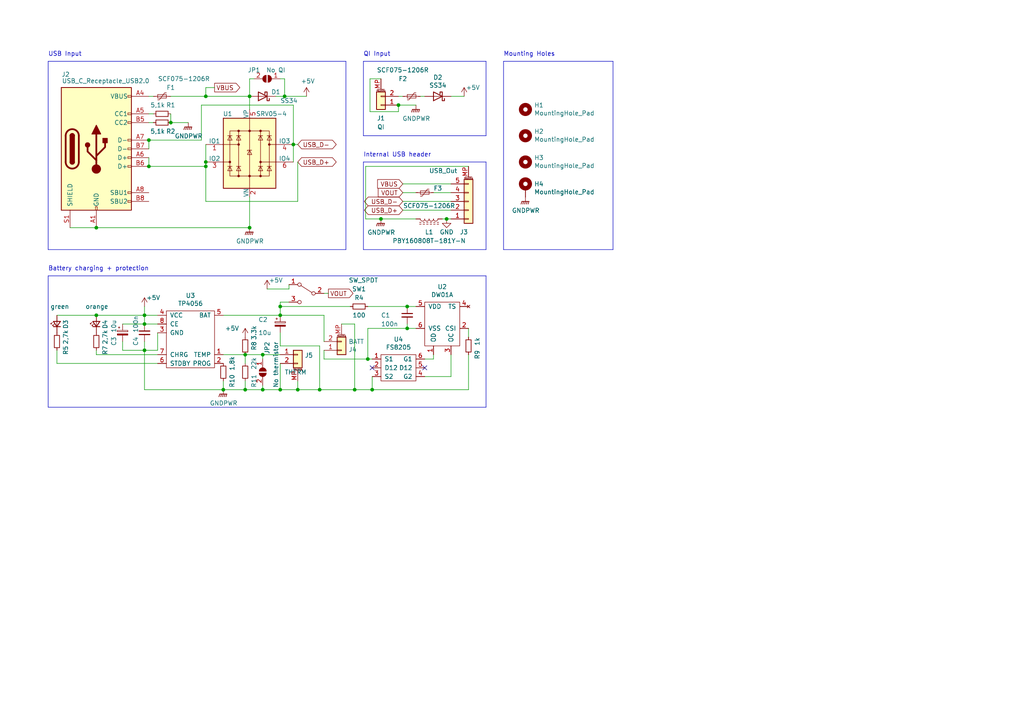
<source format=kicad_sch>
(kicad_sch (version 20230121) (generator eeschema)
  (paper "A4")
  (lib_symbols
    (symbol "Connector:USB_C_Receptacle_USB2.0" (pin_names (offset 1.016))
      (property "Reference" "J" (at -10.16 19.05 0))
      (property "Value" "USB_C_Receptacle_USB2.0" (at 19.05 19.05 0))
      (symbol "USB_C_Receptacle_USB2.0_0_0"
        (rectangle (start -0.254 -17.78) (end 0.254 -16.764))
        (rectangle (start 10.16 -14.986) (end 9.144 -15.494))
        (rectangle (start 10.16 -12.446) (end 9.144 -12.954))
        (rectangle (start 10.16 -4.826) (end 9.144 -5.334))
        (rectangle (start 10.16 -2.286) (end 9.144 -2.794))
        (rectangle (start 10.16 0.254) (end 9.144 -0.254))
        (rectangle (start 10.16 2.794) (end 9.144 2.286))
        (rectangle (start 10.16 7.874) (end 9.144 7.366))
        (rectangle (start 10.16 10.414) (end 9.144 9.906))
        (rectangle (start 10.16 15.494) (end 9.144 14.986))
      )
      (symbol "USB_C_Receptacle_USB2.0_0_1"
        (rectangle (start -10.16 17.78) (end 10.16 -17.78) (stroke (width 0.254)) (fill (type background)))
        (arc (start -8.89 -3.81) (mid -6.985 -5.7067) (end -5.08 -3.81) (stroke (width 0.508)))
        (arc (start -7.62 -3.81) (mid -6.985 -4.4423) (end -6.35 -3.81) (stroke (width 0.254)))
        (arc (start -7.62 -3.81) (mid -6.985 -4.4423) (end -6.35 -3.81) (stroke (width 0.254)) (fill (type outline)))
        (rectangle (start -7.62 -3.81) (end -6.35 3.81) (stroke (width 0.254)) (fill (type outline)))
        (arc (start -6.35 3.81) (mid -6.985 4.4423) (end -7.62 3.81) (stroke (width 0.254)))
        (arc (start -6.35 3.81) (mid -6.985 4.4423) (end -7.62 3.81) (stroke (width 0.254)) (fill (type outline)))
        (arc (start -5.08 3.81) (mid -6.985 5.7067) (end -8.89 3.81) (stroke (width 0.508)))
        (circle (center -2.54 1.143) (radius 0.635) (stroke (width 0.254)) (fill (type outline)))
        (circle (center 0 -5.842) (radius 1.27) (fill (type outline)))
        (polyline (pts (xy -8.89 -3.81) (xy -8.89 3.81)) (stroke (width 0.508)))
        (polyline (pts (xy -5.08 3.81) (xy -5.08 -3.81)) (stroke (width 0.508)))
        (polyline (pts (xy 0 -5.842) (xy 0 4.318)) (stroke (width 0.508)))
        (polyline (pts (xy 0 -3.302) (xy -2.54 -0.762) (xy -2.54 0.508)) (stroke (width 0.508)))
        (polyline (pts (xy 0 -2.032) (xy 2.54 0.508) (xy 2.54 1.778)) (stroke (width 0.508)))
        (polyline (pts (xy -1.27 4.318) (xy 0 6.858) (xy 1.27 4.318) (xy -1.27 4.318)) (stroke (width 0.254)) (fill (type outline)))
        (rectangle (start 1.905 1.778) (end 3.175 3.048) (stroke (width 0.254)) (fill (type outline)))
      )
      (symbol "USB_C_Receptacle_USB2.0_1_1"
        (pin passive line (at 0 -22.86 90) (length 5.08) (name "GND") (number "A1"))
        (pin passive line (at 0 -22.86 90) (length 5.08) hide (name "GND") (number "A12"))
        (pin passive line (at 15.24 15.24 180) (length 5.08) (name "VBUS") (number "A4"))
        (pin bidirectional line (at 15.24 10.16 180) (length 5.08) (name "CC1") (number "A5"))
        (pin bidirectional line (at 15.24 -2.54 180) (length 5.08) (name "D+") (number "A6"))
        (pin bidirectional line (at 15.24 2.54 180) (length 5.08) (name "D-") (number "A7"))
        (pin bidirectional line (at 15.24 -12.7 180) (length 5.08) (name "SBU1") (number "A8"))
        (pin passive line (at 15.24 15.24 180) (length 5.08) hide (name "VBUS") (number "A9"))
        (pin passive line (at 0 -22.86 90) (length 5.08) hide (name "GND") (number "B1"))
        (pin passive line (at 0 -22.86 90) (length 5.08) hide (name "GND") (number "B12"))
        (pin passive line (at 15.24 15.24 180) (length 5.08) hide (name "VBUS") (number "B4"))
        (pin bidirectional line (at 15.24 7.62 180) (length 5.08) (name "CC2") (number "B5"))
        (pin bidirectional line (at 15.24 -5.08 180) (length 5.08) (name "D+") (number "B6"))
        (pin bidirectional line (at 15.24 0 180) (length 5.08) (name "D-") (number "B7"))
        (pin bidirectional line (at 15.24 -15.24 180) (length 5.08) (name "SBU2") (number "B8"))
        (pin passive line (at 15.24 15.24 180) (length 5.08) hide (name "VBUS") (number "B9"))
        (pin passive line (at -7.62 -22.86 90) (length 5.08) (name "SHIELD") (number "S1"))
      )
    )
    (symbol "Connector_Generic_MountingPin:Conn_01x02_MountingPin" (pin_names (offset 1.016) hide)
      (property "Reference" "J" (at 0 2.54 0))
      (property "Value" "Conn_01x02_MountingPin" (at 1.27 -5.08 0))
      (symbol "Conn_01x02_MountingPin_1_1"
        (rectangle (start -1.27 -2.413) (end 0 -2.667) (stroke (width 0.1524)))
        (rectangle (start -1.27 0.127) (end 0 -0.127) (stroke (width 0.1524)))
        (rectangle (start -1.27 1.27) (end 1.27 -3.81) (stroke (width 0.254)) (fill (type background)))
        (polyline (pts (xy -1.016 -4.572) (xy 1.016 -4.572)) (stroke (width 0.1524)))
        (text "Mounting" (at 0 -4.191 0) (effects (font (size 0.381 0.381))))
        (pin passive line (at -5.08 0 0) (length 3.81) (name "Pin_1") (number "1"))
        (pin passive line (at -5.08 -2.54 0) (length 3.81) (name "Pin_2") (number "2"))
        (pin passive line (at 0 -7.62 90) (length 3.048) (name "MountPin") (number "MP"))
      )
    )
    (symbol "Connector_Generic_MountingPin:Conn_01x05_MountingPin" (pin_names (offset 1.016) hide)
      (property "Reference" "J" (at 0 7.62 0))
      (property "Value" "Conn_01x05_MountingPin" (at 1.27 -7.62 0))
      (symbol "Conn_01x05_MountingPin_1_1"
        (rectangle (start -1.27 -4.953) (end 0 -5.207) (stroke (width 0.1524)))
        (rectangle (start -1.27 -2.413) (end 0 -2.667) (stroke (width 0.1524)))
        (rectangle (start -1.27 0.127) (end 0 -0.127) (stroke (width 0.1524)))
        (rectangle (start -1.27 2.667) (end 0 2.413) (stroke (width 0.1524)))
        (rectangle (start -1.27 5.207) (end 0 4.953) (stroke (width 0.1524)))
        (rectangle (start -1.27 6.35) (end 1.27 -6.35) (stroke (width 0.254)) (fill (type background)))
        (polyline (pts (xy -1.016 -7.112) (xy 1.016 -7.112)) (stroke (width 0.1524)))
        (text "Mounting" (at 0 -6.731 0) (effects (font (size 0.381 0.381))))
        (pin passive line (at -5.08 5.08 0) (length 3.81) (name "Pin_1") (number "1"))
        (pin passive line (at -5.08 2.54 0) (length 3.81) (name "Pin_2") (number "2"))
        (pin passive line (at -5.08 0 0) (length 3.81) (name "Pin_3") (number "3"))
        (pin passive line (at -5.08 -2.54 0) (length 3.81) (name "Pin_4") (number "4"))
        (pin passive line (at -5.08 -5.08 0) (length 3.81) (name "Pin_5") (number "5"))
        (pin passive line (at 0 -10.16 90) (length 3.048) (name "MountPin") (number "MP"))
      )
    )
    (symbol "Device:C_Small" (pin_numbers hide) (pin_names (offset 0.254) hide)
      (property "Reference" "C" (at 0.254 1.778 0))
      (property "Value" "C_Small" (at 0.254 -2.032 0))
      (symbol "C_Small_0_1"
        (polyline (pts (xy -1.524 -0.508) (xy 1.524 -0.508)) (stroke (width 0.3302)))
        (polyline (pts (xy -1.524 0.508) (xy 1.524 0.508)) (stroke (width 0.3048)))
      )
      (symbol "C_Small_1_1"
        (pin passive line (at 0 2.54 270) (length 2.032) (name "~") (number "1"))
        (pin passive line (at 0 -2.54 90) (length 2.032) (name "~") (number "2"))
      )
    )
    (symbol "Device:D_Schottky" (pin_numbers hide) (pin_names (offset 1.016) hide)
      (property "Reference" "D" (at 0 2.54 0))
      (property "Value" "D_Schottky" (at 0 -2.54 0))
      (symbol "D_Schottky_0_1"
        (polyline (pts (xy 1.27 0) (xy -1.27 0)))
        (polyline (pts (xy 1.27 1.27) (xy 1.27 -1.27) (xy -1.27 0) (xy 1.27 1.27)) (stroke (width 0.254)))
        (polyline (pts (xy -1.905 0.635) (xy -1.905 1.27) (xy -1.27 1.27) (xy -1.27 -1.27) (xy -0.635 -1.27) (xy -0.635 -0.635)) (stroke (width 0.254)))
      )
      (symbol "D_Schottky_1_1"
        (pin passive line (at -3.81 0 0) (length 2.54) (name "K") (number "1"))
        (pin passive line (at 3.81 0 180) (length 2.54) (name "A") (number "2"))
      )
    )
    (symbol "Device:LED_Small" (pin_numbers hide) (pin_names (offset 0.254) hide)
      (property "Reference" "D" (at -1.27 3.175 0))
      (property "Value" "LED_Small" (at -4.445 -2.54 0))
      (symbol "LED_Small_0_1"
        (polyline (pts (xy -0.762 -1.016) (xy -0.762 1.016)) (stroke (width 0.254)))
        (polyline (pts (xy 1.016 0) (xy -0.762 0)))
        (polyline (pts (xy 0.762 -1.016) (xy -0.762 0) (xy 0.762 1.016) (xy 0.762 -1.016)) (stroke (width 0.254)))
        (polyline (pts (xy 0 0.762) (xy -0.508 1.27) (xy -0.254 1.27) (xy -0.508 1.27) (xy -0.508 1.016)))
        (polyline (pts (xy 0.508 1.27) (xy 0 1.778) (xy 0.254 1.778) (xy 0 1.778) (xy 0 1.524)))
      )
      (symbol "LED_Small_1_1"
        (pin passive line (at -2.54 0 0) (length 1.778) (name "K") (number "1"))
        (pin passive line (at 2.54 0 180) (length 1.778) (name "A") (number "2"))
      )
    )
    (symbol "Device:Polyfuse_Small" (pin_numbers hide) (pin_names (offset 0))
      (property "Reference" "F" (at -1.905 0 90))
      (property "Value" "Polyfuse_Small" (at 1.905 0 90))
      (symbol "Polyfuse_Small_0_1"
        (rectangle (start -0.508 1.27) (end 0.508 -1.27))
        (polyline (pts (xy 0 2.54) (xy 0 -2.54)))
        (polyline (pts (xy -1.016 1.27) (xy -1.016 0.762) (xy 1.016 -0.762) (xy 1.016 -1.27)))
      )
      (symbol "Polyfuse_Small_1_1"
        (pin passive line (at 0 2.54 270) (length 0.635) (name "~") (number "1"))
        (pin passive line (at 0 -2.54 90) (length 0.635) (name "~") (number "2"))
      )
    )
    (symbol "Device:R_Small" (pin_numbers hide) (pin_names (offset 0.254) hide)
      (property "Reference" "R" (at 0.762 0.508 0))
      (property "Value" "R_Small" (at 0.762 -1.016 0))
      (symbol "R_Small_0_1"
        (rectangle (start -0.762 1.778) (end 0.762 -1.778) (stroke (width 0.2032)))
      )
      (symbol "R_Small_1_1"
        (pin passive line (at 0 2.54 270) (length 0.762) (name "~") (number "1"))
        (pin passive line (at 0 -2.54 90) (length 0.762) (name "~") (number "2"))
      )
    )
    (symbol "Jumper:SolderJumper_2_Open" (pin_names (offset 0) hide)
      (property "Reference" "JP" (at 0 2.032 0))
      (property "Value" "SolderJumper_2_Open" (at 0 -2.54 0))
      (symbol "SolderJumper_2_Open_0_1"
        (arc (start -0.254 1.016) (mid -1.2656 0) (end -0.254 -1.016))
        (arc (start -0.254 1.016) (mid -1.2656 0) (end -0.254 -1.016) (fill (type outline)))
        (polyline (pts (xy -0.254 1.016) (xy -0.254 -1.016)))
        (polyline (pts (xy 0.254 1.016) (xy 0.254 -1.016)))
        (arc (start 0.254 -1.016) (mid 1.2656 0) (end 0.254 1.016))
        (arc (start 0.254 -1.016) (mid 1.2656 0) (end 0.254 1.016) (fill (type outline)))
      )
      (symbol "SolderJumper_2_Open_1_1"
        (pin passive line (at -3.81 0 0) (length 2.54) (name "A") (number "1"))
        (pin passive line (at 3.81 0 180) (length 2.54) (name "B") (number "2"))
      )
    )
    (symbol "Mechanical:MountingHole" (pin_names (offset 1.016))
      (property "Reference" "H" (at 0 5.08 0))
      (property "Value" "MountingHole" (at 0 3.175 0))
      (symbol "MountingHole_0_1"
        (circle (center 0 0) (radius 1.27) (stroke (width 1.27)))
      )
    )
    (symbol "Mechanical:MountingHole_Pad" (pin_numbers hide) (pin_names (offset 1.016) hide)
      (property "Reference" "H" (at 0 6.35 0))
      (property "Value" "MountingHole_Pad" (at 0 4.445 0))
      (symbol "MountingHole_Pad_0_1"
        (circle (center 0 1.27) (radius 1.27) (stroke (width 1.27)))
      )
      (symbol "MountingHole_Pad_1_1"
        (pin input line (at 0 -2.54 90) (length 2.54) (name "1") (number "1"))
      )
    )
    (symbol "Power_Protection:SRV05-4" (pin_names (offset 0))
      (property "Reference" "U" (at -5.08 11.43 0))
      (property "Value" "SRV05-4" (at 2.54 11.43 0))
      (symbol "SRV05-4_0_0"
        (rectangle (start -5.715 6.477) (end 5.715 -6.604))
        (polyline (pts (xy -3.175 -6.604) (xy -3.175 6.477)))
        (polyline (pts (xy 3.175 6.477) (xy 3.175 -6.604)))
      )
      (symbol "SRV05-4_0_1"
        (rectangle (start -7.62 10.16) (end 7.62 -10.16) (stroke (width 0.254)) (fill (type background)))
        (circle (center -5.715 -2.54) (radius 0.2794) (fill (type outline)))
        (circle (center -3.175 -6.604) (radius 0.2794) (fill (type outline)))
        (circle (center -3.175 2.54) (radius 0.2794) (fill (type outline)))
        (circle (center -3.175 6.477) (radius 0.2794) (fill (type outline)))
        (circle (center 0 -6.604) (radius 0.2794) (fill (type outline)))
        (polyline (pts (xy -7.747 2.54) (xy -3.175 2.54)))
        (polyline (pts (xy -7.62 -2.54) (xy -5.715 -2.54)))
        (polyline (pts (xy -5.08 -3.81) (xy -6.35 -3.81)))
        (polyline (pts (xy -5.08 5.08) (xy -6.35 5.08)))
        (polyline (pts (xy -2.54 -3.81) (xy -3.81 -3.81)))
        (polyline (pts (xy -2.54 5.08) (xy -3.81 5.08)))
        (polyline (pts (xy 0 10.16) (xy 0 -10.16)))
        (polyline (pts (xy 3.81 -3.81) (xy 2.54 -3.81)))
        (polyline (pts (xy 3.81 5.08) (xy 2.54 5.08)))
        (polyline (pts (xy 6.35 -3.81) (xy 5.08 -3.81)))
        (polyline (pts (xy 6.35 5.08) (xy 5.08 5.08)))
        (polyline (pts (xy 7.62 -2.54) (xy 3.175 -2.54)))
        (polyline (pts (xy 7.62 2.54) (xy 5.715 2.54)))
        (polyline (pts (xy 0.635 0.889) (xy -0.635 0.889) (xy -0.635 0.635)))
        (polyline (pts (xy -5.08 -5.08) (xy -6.35 -5.08) (xy -5.715 -3.81) (xy -5.08 -5.08)))
        (polyline (pts (xy -5.08 3.81) (xy -6.35 3.81) (xy -5.715 5.08) (xy -5.08 3.81)))
        (polyline (pts (xy -2.54 -5.08) (xy -3.81 -5.08) (xy -3.175 -3.81) (xy -2.54 -5.08)))
        (polyline (pts (xy -2.54 3.81) (xy -3.81 3.81) (xy -3.175 5.08) (xy -2.54 3.81)))
        (polyline (pts (xy 0.635 -0.381) (xy -0.635 -0.381) (xy 0 0.889) (xy 0.635 -0.381)))
        (polyline (pts (xy 3.81 -5.08) (xy 2.54 -5.08) (xy 3.175 -3.81) (xy 3.81 -5.08)))
        (polyline (pts (xy 3.81 3.81) (xy 2.54 3.81) (xy 3.175 5.08) (xy 3.81 3.81)))
        (polyline (pts (xy 6.35 -5.08) (xy 5.08 -5.08) (xy 5.715 -3.81) (xy 6.35 -5.08)))
        (polyline (pts (xy 6.35 3.81) (xy 5.08 3.81) (xy 5.715 5.08) (xy 6.35 3.81)))
        (circle (center 0 6.477) (radius 0.2794) (fill (type outline)))
        (circle (center 3.175 -6.604) (radius 0.2794) (fill (type outline)))
        (circle (center 3.175 -2.54) (radius 0.2794) (fill (type outline)))
        (circle (center 3.175 6.477) (radius 0.2794) (fill (type outline)))
        (circle (center 5.715 2.54) (radius 0.2794) (fill (type outline)))
      )
      (symbol "SRV05-4_1_1"
        (pin passive line (at -12.7 2.54 0) (length 5.08) (name "IO1") (number "1"))
        (pin passive line (at 0 -12.7 90) (length 2.54) (name "VN") (number "2"))
        (pin passive line (at -12.7 -2.54 0) (length 5.08) (name "IO2") (number "3"))
        (pin passive line (at 12.7 2.54 180) (length 5.08) (name "IO3") (number "4"))
        (pin passive line (at 0 12.7 270) (length 2.54) (name "VP") (number "5"))
        (pin passive line (at 12.7 -2.54 180) (length 5.08) (name "IO4") (number "6"))
      )
    )
    (symbol "Switch:SW_SPDT" (pin_names (offset 0) hide)
      (property "Reference" "SW" (at 0 4.318 0))
      (property "Value" "SW_SPDT" (at 0 -5.08 0))
      (symbol "SW_SPDT_0_0"
        (circle (center -2.032 0) (radius 0.508))
        (circle (center 2.032 -2.54) (radius 0.508))
      )
      (symbol "SW_SPDT_0_1"
        (polyline (pts (xy -1.524 0.254) (xy 1.651 2.286)))
        (circle (center 2.032 2.54) (radius 0.508))
      )
      (symbol "SW_SPDT_1_1"
        (pin passive line (at 5.08 2.54 180) (length 2.54) (name "A") (number "1"))
        (pin passive line (at -5.08 0 0) (length 2.54) (name "B") (number "2"))
        (pin passive line (at 5.08 -2.54 180) (length 2.54) (name "C") (number "3"))
      )
    )
    (symbol "power:+5V" (power) (pin_names (offset 0))
      (property "Value" "+5V" (at 0 3.556 0))
      (symbol "+5V_0_1"
        (polyline (pts (xy -0.762 1.27) (xy 0 2.54)))
        (polyline (pts (xy 0 0) (xy 0 2.54)))
        (polyline (pts (xy 0 2.54) (xy 0.762 1.27)))
      )
      (symbol "+5V_1_1"
        (pin power_in line (at 0 0 90) (length 0) hide (name "+5V") (number "1"))
      )
    )
    (symbol "power:GND" (power) (pin_names (offset 0))
      (property "Value" "GND" (at 0 -3.81 0))
      (symbol "GND_0_1"
        (polyline (pts (xy 0 0) (xy 0 -1.27) (xy 1.27 -1.27) (xy 0 -2.54) (xy -1.27 -1.27) (xy 0 -1.27)))
      )
      (symbol "GND_1_1"
        (pin power_in line (at 0 0 270) (length 0) hide (name "GND") (number "1"))
      )
    )
    (symbol "power:GNDPWR" (power) (pin_names (offset 0))
      (property "Value" "GNDPWR" (at 0 -3.302 0))
      (symbol "GNDPWR_0_1"
        (polyline (pts (xy 0 -1.27) (xy 0 0)))
        (polyline (pts (xy -1.016 -1.27) (xy -1.27 -2.032) (xy -1.27 -2.032)) (stroke (width 0.2032)))
        (polyline (pts (xy -0.508 -1.27) (xy -0.762 -2.032) (xy -0.762 -2.032)) (stroke (width 0.2032)))
        (polyline (pts (xy 0 -1.27) (xy -0.254 -2.032) (xy -0.254 -2.032)) (stroke (width 0.2032)))
        (polyline (pts (xy 0.508 -1.27) (xy 0.254 -2.032) (xy 0.254 -2.032)) (stroke (width 0.2032)))
        (polyline (pts (xy 1.016 -1.27) (xy -1.016 -1.27) (xy -1.016 -1.27)) (stroke (width 0.2032)))
        (polyline (pts (xy 1.016 -1.27) (xy 0.762 -2.032) (xy 0.762 -2.032) (xy 0.762 -2.032)) (stroke (width 0.2032)))
      )
      (symbol "GNDPWR_1_1"
        (pin power_in line (at 0 0 270) (length 0) hide (name "GNDPWR") (number "1"))
      )
    )
    (symbol "unified-usb-pcb_batt-rescue:CP_Small-Device" (pin_numbers hide) (pin_names (offset 0.254) hide)
      (property "Reference" "C" (at 0.254 1.778 0))
      (property "Value" "CP_Small-Device" (at 0.254 -2.032 0))
      (symbol "CP_Small-Device_0_1"
        (rectangle (start -1.524 -0.3048) (end 1.524 -0.6858) (fill (type outline)))
        (rectangle (start -1.524 0.6858) (end 1.524 0.3048))
        (polyline (pts (xy -1.27 1.524) (xy -0.762 1.524)))
        (polyline (pts (xy -1.016 1.27) (xy -1.016 1.778)))
      )
      (symbol "CP_Small-Device_1_1"
        (pin passive line (at 0 2.54 270) (length 1.8542) (name "~") (number "1"))
        (pin passive line (at 0 -2.54 90) (length 1.8542) (name "~") (number "2"))
      )
    )
    (symbol "unified-usb-pcb_batt-rescue:DW01A-kicad-keyboard-parts" (pin_names (offset 1.016))
      (property "Reference" "U" (at -5.08 7.62 0))
      (property "Value" "DW01A-kicad-keyboard-parts" (at 2.54 7.62 0))
      (property "LCSC" "C61503" (at 0 0 0))
      (symbol "DW01A-kicad-keyboard-parts_0_1"
        (rectangle (start -5.08 6.35) (end 5.08 -6.35))
      )
      (symbol "DW01A-kicad-keyboard-parts_1_1"
        (pin output line (at -2.54 -8.89 90) (length 2.54) (name "OD") (number "1"))
        (pin input line (at 7.62 -1.27 180) (length 2.54) (name "CSI") (number "2"))
        (pin output line (at 2.54 -8.89 90) (length 2.54) (name "OC") (number "3"))
        (pin no_connect line (at 7.62 5.08 180) (length 2.54) (name "TS") (number "4"))
        (pin power_in line (at -7.62 5.08 0) (length 2.54) (name "VDD") (number "5"))
        (pin power_in line (at -7.62 -1.27 0) (length 2.54) (name "VSS") (number "6"))
      )
    )
    (symbol "unified-usb-pcb_batt-rescue:FS8205-kicad-keyboard-parts" (pin_names (offset 1.016))
      (property "Reference" "U" (at -3.81 5.08 0))
      (property "Value" "FS8205-kicad-keyboard-parts" (at -1.27 -5.08 0))
      (property "LCSC" "C32254" (at 0 0 0))
      (symbol "FS8205-kicad-keyboard-parts_0_1"
        (rectangle (start -5.08 3.81) (end 5.08 -3.81))
      )
      (symbol "FS8205-kicad-keyboard-parts_1_1"
        (pin power_in line (at -7.62 2.54 0) (length 2.54) (name "S1") (number "1"))
        (pin power_in line (at -7.62 0 0) (length 2.54) (name "D12") (number "2"))
        (pin power_in line (at -7.62 -2.54 0) (length 2.54) (name "S2") (number "3"))
        (pin input line (at 7.62 -2.54 180) (length 2.54) (name "G2") (number "4"))
        (pin power_in line (at 7.62 0 180) (length 2.54) (name "D12") (number "5"))
        (pin input line (at 7.62 2.54 180) (length 2.54) (name "G1") (number "6"))
      )
    )
    (symbol "unified-usb-pcb_batt-rescue:L_Core_Ferrite-Device" (pin_numbers hide) (pin_names (offset 1.016) hide)
      (property "Reference" "L" (at -1.27 0 90))
      (property "Value" "L_Core_Ferrite-Device" (at 2.794 0 90))
      (symbol "L_Core_Ferrite-Device_0_1"
        (arc (start 0 -2.54) (mid 0.6323 -1.905) (end 0 -1.27))
        (arc (start 0 -1.27) (mid 0.6323 -0.635) (end 0 0))
        (polyline (pts (xy 1.016 -2.794) (xy 1.016 -2.286)))
        (polyline (pts (xy 1.016 -1.778) (xy 1.016 -1.27)))
        (polyline (pts (xy 1.016 -0.762) (xy 1.016 -0.254)))
        (polyline (pts (xy 1.016 0.254) (xy 1.016 0.762)))
        (polyline (pts (xy 1.016 1.27) (xy 1.016 1.778)))
        (polyline (pts (xy 1.016 2.286) (xy 1.016 2.794)))
        (polyline (pts (xy 1.524 -2.286) (xy 1.524 -2.794)))
        (polyline (pts (xy 1.524 -1.27) (xy 1.524 -1.778)))
        (polyline (pts (xy 1.524 -0.254) (xy 1.524 -0.762)))
        (polyline (pts (xy 1.524 0.762) (xy 1.524 0.254)))
        (polyline (pts (xy 1.524 1.778) (xy 1.524 1.27)))
        (polyline (pts (xy 1.524 2.794) (xy 1.524 2.286)))
        (arc (start 0 0) (mid 0.6323 0.635) (end 0 1.27))
        (arc (start 0 1.27) (mid 0.6323 1.905) (end 0 2.54))
      )
      (symbol "L_Core_Ferrite-Device_1_1"
        (pin passive line (at 0 3.81 270) (length 1.27) (name "1") (number "1"))
        (pin passive line (at 0 -3.81 90) (length 1.27) (name "2") (number "2"))
      )
    )
    (symbol "unified-usb-pcb_batt-rescue:TP4056-kicad-keyboard-parts" (pin_names (offset 1.016))
      (property "Reference" "U" (at -6.35 8.89 0))
      (property "Value" "TP4056-kicad-keyboard-parts" (at 2.54 -10.16 0))
      (property "LCSC" "C16581" (at 0 0 0))
      (symbol "TP4056-kicad-keyboard-parts_0_1"
        (rectangle (start -7.62 7.62) (end 6.35 -8.89))
      )
      (symbol "TP4056-kicad-keyboard-parts_1_1"
        (pin input line (at 8.89 -5.08 180) (length 2.54) (name "TEMP") (number "1"))
        (pin input line (at 8.89 -7.62 180) (length 2.54) (name "PROG") (number "2"))
        (pin power_in line (at -10.16 1.27 0) (length 2.54) (name "GND") (number "3"))
        (pin power_in line (at -10.16 6.35 0) (length 2.54) (name "VCC") (number "4"))
        (pin power_out line (at 8.89 6.35 180) (length 2.54) (name "BAT") (number "5"))
        (pin output line (at -10.16 -7.62 0) (length 2.54) (name "STDBY") (number "6"))
        (pin output line (at -10.16 -5.08 0) (length 2.54) (name "CHRG") (number "7"))
        (pin input line (at -10.16 3.81 0) (length 2.54) (name "CE") (number "8"))
      )
    )
  )
  (junction (at 129.54 63.5))
  (junction (at 110.49 63.5))
  (junction (at 76.2 102.87))
  (junction (at 82.55 27.94))
  (junction (at 27.94 66.04))
  (junction (at 27.94 91.44))
  (junction (at 64.77 113.03))
  (junction (at 118.11 95.25))
  (junction (at 106.68 104.14))
  (junction (at 41.91 101.6))
  (junction (at 43.18 40.64))
  (junction (at 71.12 102.87))
  (junction (at 59.69 48.26))
  (junction (at 49.53 35.56))
  (junction (at 72.39 66.04))
  (junction (at 59.69 46.99))
  (junction (at 81.28 113.03))
  (junction (at 76.2 113.03))
  (junction (at 85.09 41.91))
  (junction (at 41.91 91.44))
  (junction (at 59.69 27.94))
  (junction (at 102.87 113.03))
  (junction (at 92.71 113.03))
  (junction (at 72.39 27.94))
  (junction (at 41.91 93.98))
  (junction (at 81.28 91.44))
  (junction (at 71.12 113.03))
  (junction (at 107.95 113.03))
  (junction (at 118.11 88.9))
  (junction (at 43.18 48.26))
  (junction (at 86.36 113.03))
  (junction (at 115.57 30.48))
  (junction (at 81.28 88.9))
  (no_connect (at 123.19 106.68))
  (no_connect (at 107.95 106.68))
  (wire (pts (xy 86.36 58.42) (xy 86.36 46.99)))
  (wire (pts (xy 76.2 102.87) (xy 81.28 102.87)))
  (polyline (pts (xy 13.97 118.11) (xy 140.97 118.11)) (stroke (width 0) (type solid)))
  (wire (pts (xy 76.2 104.14) (xy 76.2 102.87)))
  (wire (pts (xy 86.36 110.49) (xy 86.36 113.03)))
  (polyline (pts (xy 13.97 17.78) (xy 13.97 72.39)) (stroke (width 0) (type solid)))
  (polyline (pts (xy 140.97 72.39) (xy 140.97 46.99)) (stroke (width 0) (type solid)))
  (wire (pts (xy 116.84 55.88) (xy 120.65 55.88)))
  (wire (pts (xy 115.57 30.48) (xy 120.65 30.48)))
  (polyline (pts (xy 100.33 17.78) (xy 13.97 17.78)) (stroke (width 0) (type solid)))
  (wire (pts (xy 49.53 33.02) (xy 49.53 35.56)))
  (wire (pts (xy 130.81 63.5) (xy 129.54 63.5)))
  (wire (pts (xy 102.87 93.98) (xy 102.87 113.03)))
  (wire (pts (xy 64.77 102.87) (xy 71.12 102.87)))
  (wire (pts (xy 85.09 41.91) (xy 85.09 46.99)))
  (polyline (pts (xy 177.8 17.78) (xy 146.05 17.78)) (stroke (width 0) (type solid)))
  (wire (pts (xy 82.55 22.86) (xy 82.55 27.94)))
  (wire (pts (xy 85.09 41.91) (xy 85.09 30.48)))
  (wire (pts (xy 92.71 113.03) (xy 102.87 113.03)))
  (wire (pts (xy 85.09 30.48) (xy 58.42 30.48)))
  (wire (pts (xy 20.32 66.04) (xy 27.94 66.04)))
  (wire (pts (xy 41.91 91.44) (xy 45.72 91.44)))
  (wire (pts (xy 58.42 40.64) (xy 43.18 40.64)))
  (wire (pts (xy 27.94 91.44) (xy 41.91 91.44)))
  (wire (pts (xy 106.045 63.5) (xy 110.49 63.5)))
  (wire (pts (xy 27.94 101.6) (xy 27.94 102.87)))
  (wire (pts (xy 93.98 104.14) (xy 106.68 104.14)))
  (wire (pts (xy 16.51 91.44) (xy 27.94 91.44)))
  (wire (pts (xy 62.23 25.4) (xy 59.69 25.4)))
  (wire (pts (xy 35.56 99.06) (xy 35.56 101.6)))
  (wire (pts (xy 72.39 22.86) (xy 72.39 27.94)))
  (wire (pts (xy 130.81 27.94) (xy 134.62 27.94)))
  (wire (pts (xy 116.84 60.96) (xy 130.81 60.96)))
  (wire (pts (xy 116.84 53.34) (xy 130.81 53.34)))
  (wire (pts (xy 71.12 113.03) (xy 76.2 113.03)))
  (wire (pts (xy 59.69 41.91) (xy 59.69 46.99)))
  (wire (pts (xy 129.54 63.5) (xy 128.27 63.5)))
  (wire (pts (xy 118.11 95.25) (xy 120.65 95.25)))
  (wire (pts (xy 118.11 95.25) (xy 106.68 95.25)))
  (polyline (pts (xy 146.05 72.39) (xy 177.8 72.39)) (stroke (width 0) (type solid)))
  (wire (pts (xy 81.28 105.41) (xy 81.28 113.03)))
  (wire (pts (xy 41.91 101.6) (xy 41.91 113.03)))
  (polyline (pts (xy 100.33 72.39) (xy 100.33 17.78)) (stroke (width 0) (type solid)))
  (wire (pts (xy 81.28 88.9) (xy 101.6 88.9)))
  (wire (pts (xy 81.28 113.03) (xy 86.36 113.03)))
  (wire (pts (xy 93.98 101.6) (xy 93.98 104.14)))
  (wire (pts (xy 16.51 105.41) (xy 45.72 105.41)))
  (wire (pts (xy 76.2 111.76) (xy 76.2 113.03)))
  (wire (pts (xy 135.89 95.25) (xy 135.89 97.79)))
  (wire (pts (xy 135.89 102.87) (xy 135.89 113.03)))
  (wire (pts (xy 92.71 100.33) (xy 92.71 113.03)))
  (wire (pts (xy 81.28 91.44) (xy 93.98 91.44)))
  (wire (pts (xy 115.57 32.385) (xy 115.57 30.48)))
  (polyline (pts (xy 105.41 39.37) (xy 105.41 17.78)) (stroke (width 0) (type solid)))
  (wire (pts (xy 135.89 113.03) (xy 107.95 113.03)))
  (wire (pts (xy 81.28 100.33) (xy 81.28 96.52)))
  (wire (pts (xy 130.81 102.87) (xy 130.81 109.22)))
  (wire (pts (xy 107.95 104.14) (xy 106.68 104.14)))
  (wire (pts (xy 71.12 102.87) (xy 76.2 102.87)))
  (polyline (pts (xy 13.97 72.39) (xy 100.33 72.39)) (stroke (width 0) (type solid)))
  (wire (pts (xy 102.87 113.03) (xy 107.95 113.03)))
  (wire (pts (xy 82.55 27.94) (xy 88.9 27.94)))
  (wire (pts (xy 118.11 93.98) (xy 118.11 95.25)))
  (wire (pts (xy 86.36 41.91) (xy 85.09 41.91)))
  (wire (pts (xy 125.73 55.88) (xy 130.81 55.88)))
  (wire (pts (xy 58.42 30.48) (xy 58.42 40.64)))
  (wire (pts (xy 59.69 25.4) (xy 59.69 27.94)))
  (wire (pts (xy 93.98 85.09) (xy 95.25 85.09)))
  (wire (pts (xy 135.89 48.26) (xy 106.045 48.26)))
  (wire (pts (xy 99.06 93.98) (xy 102.87 93.98)))
  (wire (pts (xy 49.53 27.94) (xy 59.69 27.94)))
  (wire (pts (xy 59.69 48.26) (xy 59.69 46.99)))
  (wire (pts (xy 43.18 48.26) (xy 59.69 48.26)))
  (wire (pts (xy 41.91 91.44) (xy 41.91 88.9)))
  (wire (pts (xy 115.57 27.94) (xy 116.84 27.94)))
  (wire (pts (xy 16.51 101.6) (xy 16.51 105.41)))
  (wire (pts (xy 59.69 58.42) (xy 86.36 58.42)))
  (wire (pts (xy 81.28 91.44) (xy 64.77 91.44)))
  (wire (pts (xy 73.66 22.86) (xy 72.39 22.86)))
  (wire (pts (xy 43.18 48.26) (xy 43.18 45.72)))
  (wire (pts (xy 106.045 48.26) (xy 106.045 63.5)))
  (wire (pts (xy 41.91 113.03) (xy 64.77 113.03)))
  (polyline (pts (xy 13.97 80.01) (xy 13.97 118.11)) (stroke (width 0) (type solid)))
  (wire (pts (xy 41.91 93.98) (xy 41.91 91.44)))
  (wire (pts (xy 71.12 110.49) (xy 71.12 113.03)))
  (wire (pts (xy 81.28 100.33) (xy 92.71 100.33)))
  (wire (pts (xy 43.18 33.02) (xy 44.45 33.02)))
  (wire (pts (xy 71.12 105.41) (xy 71.12 102.87)))
  (wire (pts (xy 72.39 57.15) (xy 72.39 66.04)))
  (wire (pts (xy 43.18 27.94) (xy 44.45 27.94)))
  (wire (pts (xy 83.82 83.82) (xy 83.82 82.55)))
  (wire (pts (xy 107.315 22.86) (xy 107.315 32.385)))
  (wire (pts (xy 35.56 93.98) (xy 41.91 93.98)))
  (wire (pts (xy 77.47 83.82) (xy 83.82 83.82)))
  (wire (pts (xy 27.94 102.87) (xy 45.72 102.87)))
  (wire (pts (xy 59.69 27.94) (xy 72.39 27.94)))
  (wire (pts (xy 121.92 27.94) (xy 123.19 27.94)))
  (wire (pts (xy 43.18 35.56) (xy 44.45 35.56)))
  (polyline (pts (xy 140.97 118.11) (xy 140.97 80.01)) (stroke (width 0) (type solid)))
  (polyline (pts (xy 140.97 46.99) (xy 105.41 46.99)) (stroke (width 0) (type solid)))
  (wire (pts (xy 81.28 22.86) (xy 82.55 22.86)))
  (wire (pts (xy 41.91 93.98) (xy 45.72 93.98)))
  (wire (pts (xy 43.18 40.64) (xy 43.18 43.18)))
  (wire (pts (xy 125.73 102.87) (xy 125.73 104.14)))
  (wire (pts (xy 64.77 110.49) (xy 64.77 113.03)))
  (wire (pts (xy 107.95 109.22) (xy 107.95 113.03)))
  (wire (pts (xy 107.315 32.385) (xy 115.57 32.385)))
  (wire (pts (xy 83.82 87.63) (xy 81.28 87.63)))
  (wire (pts (xy 71.12 113.03) (xy 64.77 113.03)))
  (polyline (pts (xy 140.97 17.78) (xy 140.97 39.37)) (stroke (width 0) (type solid)))
  (wire (pts (xy 80.01 27.94) (xy 82.55 27.94)))
  (wire (pts (xy 106.68 88.9) (xy 118.11 88.9)))
  (polyline (pts (xy 105.41 17.78) (xy 140.97 17.78)) (stroke (width 0) (type solid)))
  (wire (pts (xy 86.36 113.03) (xy 92.71 113.03)))
  (wire (pts (xy 72.39 27.94) (xy 72.39 31.75)))
  (polyline (pts (xy 140.97 39.37) (xy 105.41 39.37)) (stroke (width 0) (type solid)))
  (wire (pts (xy 130.81 109.22) (xy 123.19 109.22)))
  (wire (pts (xy 110.49 22.86) (xy 107.315 22.86)))
  (wire (pts (xy 41.91 99.06) (xy 41.91 101.6)))
  (wire (pts (xy 120.65 63.5) (xy 110.49 63.5)))
  (wire (pts (xy 59.69 48.26) (xy 59.69 58.42)))
  (wire (pts (xy 125.73 104.14) (xy 123.19 104.14)))
  (wire (pts (xy 72.39 66.04) (xy 27.94 66.04)))
  (wire (pts (xy 106.68 95.25) (xy 106.68 104.14)))
  (wire (pts (xy 93.98 91.44) (xy 93.98 99.06)))
  (wire (pts (xy 81.28 87.63) (xy 81.28 88.9)))
  (wire (pts (xy 116.84 58.42) (xy 130.81 58.42)))
  (polyline (pts (xy 146.05 17.78) (xy 146.05 72.39)) (stroke (width 0) (type solid)))
  (polyline (pts (xy 105.41 72.39) (xy 140.97 72.39)) (stroke (width 0) (type solid)))
  (polyline (pts (xy 177.8 72.39) (xy 177.8 17.78)) (stroke (width 0) (type solid)))
  (polyline (pts (xy 105.41 46.99) (xy 105.41 72.39)) (stroke (width 0) (type solid)))
  (wire (pts (xy 49.53 35.56) (xy 54.61 35.56)))
  (wire (pts (xy 35.56 101.6) (xy 41.91 101.6)))
  (wire (pts (xy 45.72 96.52) (xy 45.72 101.6)))
  (wire (pts (xy 118.11 88.9) (xy 120.65 88.9)))
  (wire (pts (xy 45.72 101.6) (xy 41.91 101.6)))
  (wire (pts (xy 81.28 88.9) (xy 81.28 91.44)))
  (polyline (pts (xy 13.97 80.01) (xy 140.97 80.01)) (stroke (width 0) (type solid)))
  (wire (pts (xy 81.28 113.03) (xy 76.2 113.03)))
  (text "QI Input" (at 105.41 16.51 0) (effects (font (size 1.27 1.27)) (justify left bottom)))
  (text "Internal USB header" (at 105.41 45.72 0) (effects (font (size 1.27 1.27)) (justify left bottom)))
  (text "Mounting Holes" (at 146.05 16.51 0) (effects (font (size 1.27 1.27)) (justify left bottom)))
  (text "USB Input" (at 13.97 16.51 0) (effects (font (size 1.27 1.27)) (justify left bottom)))
  (text "Battery charging + protection" (at 13.97 78.74 0) (effects (font (size 1.27 1.27)) (justify left bottom)))
  (global_label "USB_D+" (shape bidirectional) (at 86.36 46.99 0) (property "Intersheetrefs" "${INTERSHEET_REFS}" (effects hide)))
  (global_label "USB_D+" (shape bidirectional) (at 116.84 60.96 180) (property "Intersheetrefs" "${INTERSHEET_REFS}" (effects hide)))
  (global_label "VBUS" (shape output) (at 62.23 25.4 0) (property "Intersheetrefs" "${INTERSHEET_REFS}" (effects hide)))
  (global_label "USB_D-" (shape bidirectional) (at 116.84 58.42 180) (property "Intersheetrefs" "${INTERSHEET_REFS}" (effects hide)))
  (global_label "USB_D-" (shape bidirectional) (at 86.36 41.91 0) (property "Intersheetrefs" "${INTERSHEET_REFS}" (effects hide)))
  (global_label "VBUS" (shape input) (at 116.84 53.34 180) (property "Intersheetrefs" "${INTERSHEET_REFS}" (effects hide)))
  (global_label "VOUT" (shape input) (at 116.84 55.88 180) (property "Intersheetrefs" "${INTERSHEET_REFS}" (effects hide)))
  (global_label "VOUT" (shape output) (at 95.25 85.09 0) (property "Intersheetrefs" "${INTERSHEET_REFS}" (effects hide)))
  (symbol (lib_id "Connector:USB_C_Receptacle_USB2.0") (at 27.94 43.18 0) (unit 1)
    (property "Reference" "J2" (at 19.05 21.59 0))
    (property "Value" "USB_C_Receptacle_USB2.0" (at 30.6578 23.4696 0))
    (property "Footprint" "Connector_USB:USB_C_Receptacle_HRO_TYPE-C-31-M-12" (effects hide))
    (property "Datasheet" "https://www.usb.org/sites/default/files/documents/usb_type-c.zip" (effects hide))
    (property "LCSC" "/" (effects hide))
  )
  (symbol (lib_id "Power_Protection:SRV05-4") (at 72.39 44.45 0) (unit 1)
    (property "Reference" "U1" (at 66.04 33.02 0))
    (property "Value" "SRV05-4" (at 78.74 33.02 0))
    (property "Footprint" "Package_TO_SOT_SMD:SOT-23-6" (effects hide))
    (property "Datasheet" "http://www.onsemi.com/pub/Collateral/SRV05-4-D.PDF" (effects hide))
    (property "LCSC" "C85364" (effects hide))
  )
  (symbol (lib_id "power:GNDPWR") (at 110.49 63.5 0) (unit 1)
    (property "Reference" "#PWR05" (effects hide))
    (property "Value" "GNDPWR" (at 110.5916 67.4116 0))
  )
  (symbol (lib_id "Device:R_Small") (at 46.99 33.02 270) (unit 1)
    (property "Reference" "R1" (at 49.53 30.48 90))
    (property "Value" "5,1k" (at 45.72 30.48 90))
    (property "Footprint" "Resistor_SMD:R_0603_1608Metric" (effects hide))
    (property "LCSC" "C23186" (effects hide))
  )
  (symbol (lib_id "Device:R_Small") (at 46.99 35.56 270) (unit 1)
    (property "Reference" "R2" (at 49.53 38.1 90))
    (property "Value" "5,1k" (at 45.72 38.1 90))
    (property "Footprint" "Resistor_SMD:R_0603_1608Metric" (effects hide))
    (property "LCSC" "C23186" (effects hide))
  )
  (symbol (lib_id "power:GNDPWR") (at 54.61 35.56 0) (unit 1)
    (property "Reference" "#PWR04" (effects hide))
    (property "Value" "GNDPWR" (at 54.7116 39.4716 0))
  )
  (symbol (lib_id "Device:Polyfuse_Small") (at 46.99 27.94 270) (unit 1)
    (property "Reference" "F1" (at 49.53 25.4 90))
    (property "Value" "SCF075-1206R" (at 53.34 22.86 90))
    (property "Footprint" "Fuse:Fuse_1206_3216Metric" (effects hide))
    (property "Datasheet" "https://datasheet.lcsc.com/szlcsc/1810252220_Fuzetec-Tech-FSMD050-1206-R_C220147.pdf" (effects hide))
    (property "LCSC" "C183290" (effects hide))
  )
  (symbol (lib_id "power:GNDPWR") (at 72.39 66.04 0) (unit 1)
    (property "Reference" "#PWR06" (effects hide))
    (property "Value" "GNDPWR" (at 72.4916 69.9516 0))
  )
  (symbol (lib_id "Device:D_Schottky") (at 76.2 27.94 180) (unit 1)
    (property "Reference" "D1" (at 80.01 26.67 0))
    (property "Value" "SS34" (at 83.82 29.21 0))
    (property "Footprint" "Diode_SMD:D_SMA" (effects hide))
    (property "Datasheet" "https://datasheet.lcsc.com/szlcsc/Vishay-Intertech-SS36-E3-57T_C35722.pdf" (effects hide))
    (property "LCSC" "C8678" (effects hide))
  )
  (symbol (lib_id "power:+5V") (at 88.9 27.94 0) (unit 1)
    (property "Reference" "#PWR01" (effects hide))
    (property "Value" "+5V" (at 89.281 23.5458 0))
  )
  (symbol (lib_id "Connector_Generic_MountingPin:Conn_01x05_MountingPin") (at 135.89 58.42 0) (mirror x) (unit 1)
    (property "Reference" "J3" (at 133.35 67.31 0) (effects (justify left)))
    (property "Value" "USB_Out" (at 124.46 49.53 0) (effects (justify left)))
    (property "Footprint" "Connector_JST:JST_SH_SM05B-SRSS-TB_1x05-1MP_P1.00mm_Horizontal" (effects hide))
    (property "LCSC" "/" (effects hide))
  )
  (symbol (lib_id "Connector_Generic_MountingPin:Conn_01x02_MountingPin") (at 99.06 101.6 0) (mirror x) (unit 1)
    (property "Reference" "J4" (at 101.092 101.3968 0) (effects (justify left)))
    (property "Value" "BATT" (at 101.092 99.0854 0) (effects (justify left)))
    (property "Footprint" "Connector_JST:JST_SH_SM02B-SRSS-TB_1x02-1MP_P1.00mm_Horizontal" (effects hide))
    (property "LCSC" "/" (effects hide))
  )
  (symbol (lib_id "Connector_Generic_MountingPin:Conn_01x02_MountingPin") (at 86.36 102.87 0) (unit 1)
    (property "Reference" "J5" (at 88.392 103.0732 0) (effects (justify left)))
    (property "Value" "THERM" (at 82.55 107.95 0) (effects (justify left)))
    (property "Footprint" "Connector_JST:JST_SH_SM02B-SRSS-TB_1x02-1MP_P1.00mm_Horizontal" (effects hide))
    (property "LCSC" "/" (effects hide))
  )
  (symbol (lib_id "Connector_Generic_MountingPin:Conn_01x02_MountingPin") (at 110.49 30.48 180) (unit 1)
    (property "Reference" "J1" (at 110.49 34.29 0))
    (property "Value" "QI" (at 110.49 36.83 0))
    (property "Footprint" "Connector_JST:JST_SH_SM02B-SRSS-TB_1x02-1MP_P1.00mm_Horizontal" (effects hide))
    (property "LCSC" "/" (effects hide))
  )
  (symbol (lib_id "power:GNDPWR") (at 120.65 30.48 0) (unit 1)
    (property "Reference" "#PWR03" (effects hide))
    (property "Value" "GNDPWR" (at 120.7516 34.3916 0))
  )
  (symbol (lib_id "Device:D_Schottky") (at 127 27.94 180) (unit 1)
    (property "Reference" "D2" (at 127 22.4536 0))
    (property "Value" "SS34" (at 127 24.765 0))
    (property "Footprint" "Diode_SMD:D_SMA" (effects hide))
    (property "Datasheet" "https://datasheet.lcsc.com/szlcsc/Vishay-Intertech-SS36-E3-57T_C35722.pdf" (effects hide))
    (property "LCSC" "C8678" (effects hide))
  )
  (symbol (lib_id "power:+5V") (at 134.62 27.94 0) (unit 1)
    (property "Reference" "#PWR02" (effects hide))
    (property "Value" "+5V" (at 137.16 25.4 0))
  )
  (symbol (lib_id "Device:Polyfuse_Small") (at 119.38 27.94 270) (unit 1)
    (property "Reference" "F2" (at 116.84 22.86 90))
    (property "Value" "SCF075-1206R" (at 116.84 20.32 90))
    (property "Footprint" "Fuse:Fuse_1206_3216Metric" (effects hide))
    (property "Datasheet" "https://datasheet.lcsc.com/szlcsc/1810252220_Fuzetec-Tech-FSMD050-1206-R_C220147.pdf" (effects hide))
    (property "LCSC" "C183290" (effects hide))
  )
  (symbol (lib_id "power:+5V") (at 41.91 88.9 0) (unit 1)
    (property "Reference" "#PWR07" (effects hide))
    (property "Value" "+5V" (at 44.45 86.36 0))
  )
  (symbol (lib_id "Device:R_Small") (at 16.51 99.06 180) (unit 1)
    (property "Reference" "R5" (at 19.05 101.6 90))
    (property "Value" "2,7k" (at 19.05 97.79 90))
    (property "Footprint" "Resistor_SMD:R_0603_1608Metric" (effects hide))
    (property "LCSC" "C13167" (effects hide))
  )
  (symbol (lib_id "Device:R_Small") (at 27.94 99.06 180) (unit 1)
    (property "Reference" "R7" (at 30.48 101.6 90))
    (property "Value" "2,7k" (at 30.48 97.79 90))
    (property "Footprint" "Resistor_SMD:R_0603_1608Metric" (effects hide))
    (property "LCSC" "C13167" (effects hide))
  )
  (symbol (lib_id "Device:LED_Small") (at 16.51 93.98 90) (unit 1)
    (property "Reference" "D3" (at 19.05 92.71 0) (effects (justify right)))
    (property "Value" "green" (at 14.605 88.9 90) (effects (justify right)))
    (property "Footprint" "LED_SMD:LED_0603_1608Metric_Castellated" (effects hide))
    (property "LCSC" "C72043" (effects hide))
  )
  (symbol (lib_id "Device:LED_Small") (at 27.94 93.98 90) (unit 1)
    (property "Reference" "D4" (at 30.48 92.71 0) (effects (justify right)))
    (property "Value" "orange" (at 24.765 88.9 90) (effects (justify right)))
    (property "Footprint" "LED_SMD:LED_0603_1608Metric_Castellated" (effects hide))
    (property "LCSC" "C2286" (effects hide))
  )
  (symbol (lib_id "Device:R_Small") (at 64.77 107.95 180) (unit 1)
    (property "Reference" "R10" (at 67.31 110.49 90))
    (property "Value" "1,8k" (at 67.31 105.41 90))
    (property "Footprint" "Resistor_SMD:R_0603_1608Metric" (effects hide))
    (property "LCSC" "C4177" (effects hide))
  )
  (symbol (lib_id "power:GNDPWR") (at 64.77 113.03 0) (unit 1)
    (property "Reference" "#PWR09" (effects hide))
    (property "Value" "GNDPWR" (at 64.8716 116.9416 0))
  )
  (symbol (lib_id "Mechanical:MountingHole") (at 152.4 31.75 0) (unit 1)
    (property "Reference" "H1" (at 154.94 30.5054 0) (effects (justify left)))
    (property "Value" "MountingHole_Pad" (at 154.94 32.8168 0) (effects (justify left)))
    (property "Footprint" "MountingHole:MountingHole_2.7mm_M2.5_DIN965_Pad" (effects hide))
    (property "LCSC" "/" (effects hide))
  )
  (symbol (lib_id "Mechanical:MountingHole") (at 152.4 39.37 0) (unit 1)
    (property "Reference" "H2" (at 154.94 38.1254 0) (effects (justify left)))
    (property "Value" "MountingHole_Pad" (at 154.94 40.4368 0) (effects (justify left)))
    (property "Footprint" "MountingHole:MountingHole_2.7mm_M2.5_DIN965_Pad" (effects hide))
    (property "LCSC" "/" (effects hide))
  )
  (symbol (lib_id "Mechanical:MountingHole") (at 152.4 46.99 0) (unit 1)
    (property "Reference" "H3" (at 154.94 45.7454 0) (effects (justify left)))
    (property "Value" "MountingHole_Pad" (at 154.94 48.0568 0) (effects (justify left)))
    (property "Footprint" "MountingHole:MountingHole_2.7mm_M2.5_DIN965_Pad" (effects hide))
    (property "LCSC" "/" (effects hide))
  )
  (symbol (lib_id "Mechanical:MountingHole_Pad") (at 152.4 54.61 0) (unit 1)
    (property "Reference" "H4" (at 154.94 53.3654 0) (effects (justify left)))
    (property "Value" "MountingHole_Pad" (at 154.94 55.6768 0) (effects (justify left)))
    (property "Footprint" "MountingHole:MountingHole_2.7mm_M2.5_DIN965_Pad" (effects hide))
    (property "LCSC" "/" (effects hide))
  )
  (symbol (lib_id "Jumper:SolderJumper_2_Open") (at 76.2 107.95 270) (unit 1)
    (property "Reference" "JP2" (at 77.47 99.06 0) (effects (justify left)))
    (property "Value" "No thermistor" (at 80.01 99.06 0) (effects (justify left)))
    (property "Footprint" "Jumper:SolderJumper-2_P1.3mm_Open_Pad1.0x1.5mm" (effects hide))
    (property "LCSC" "/" (effects hide))
  )
  (symbol (lib_id "power:GNDPWR") (at 152.4 57.15 0) (unit 1)
    (property "Reference" "#PWR0101" (effects hide))
    (property "Value" "GNDPWR" (at 152.5016 61.0616 0))
  )
  (symbol (lib_id "unified-usb-pcb_batt-rescue:TP4056-kicad-keyboard-parts") (at 55.88 97.79 0) (unit 1)
    (property "Reference" "U3" (at 55.245 85.725 0))
    (property "Value" "TP4056" (at 55.245 88.0364 0))
    (property "Footprint" "Package_SO:SOIC-8-1EP_3.9x4.9mm_P1.27mm_EP2.29x3mm" (effects hide))
    (property "Datasheet" "https://datasheet.lcsc.com/szlcsc/1906261508_Nanjing-Extension-Microelectronics-TP4056-42-ESOP8_C16581.pdf" (effects hide))
    (property "LCSC" "C16581" (effects hide))
  )
  (symbol (lib_id "unified-usb-pcb_batt-rescue:DW01A-kicad-keyboard-parts") (at 128.27 93.98 0) (unit 1)
    (property "Reference" "U2" (at 128.27 83.185 0))
    (property "Value" "DW01A" (at 128.27 85.4964 0))
    (property "Footprint" "Package_TO_SOT_SMD:SOT-23-6" (effects hide))
    (property "Datasheet" "https://datasheet.lcsc.com/szlcsc/Fortune-Semicon-DW01A-G_C61503.pdf" (effects hide))
    (property "LCSC" "C14213" (effects hide))
  )
  (symbol (lib_id "unified-usb-pcb_batt-rescue:FS8205-kicad-keyboard-parts") (at 115.57 106.68 0) (unit 1)
    (property "Reference" "U4" (at 115.57 98.425 0))
    (property "Value" "FS8205" (at 115.57 100.7364 0))
    (property "Footprint" "Package_TO_SOT_SMD:SOT-23-6" (effects hide))
    (property "Datasheet" "https://datasheet.lcsc.com/szlcsc/Fortune-Semicon-FS8205_C32254.pdf" (effects hide))
    (property "LCSC" "C32254" (effects hide))
  )
  (symbol (lib_id "Switch:SW_SPDT") (at 88.9 85.09 0) (mirror y) (unit 1)
    (property "Reference" "SW1" (at 104.14 83.82 0))
    (property "Value" "SW_SPDT" (at 105.41 81.28 0))
    (property "Footprint" "kicad-keyboard-parts:ESP3020" (effects hide))
    (property "Datasheet" "https://www.ece.com.tw/images/cgcustom/file020190722095856.pdf" (effects hide))
    (property "LCSC" "/" (effects hide))
  )
  (symbol (lib_id "unified-usb-pcb_batt-rescue:CP_Small-Device") (at 35.56 96.52 0) (unit 1)
    (property "Reference" "C3" (at 33.02 100.33 90) (effects (justify left)))
    (property "Value" "10u" (at 33.02 96.52 90) (effects (justify left)))
    (property "Footprint" "Capacitor_Tantalum_SMD:CP_EIA-3216-18_Kemet-A" (effects hide))
    (property "LCSC" "C7171" (effects hide))
  )
  (symbol (lib_id "unified-usb-pcb_batt-rescue:L_Core_Ferrite-Device") (at 124.46 63.5 270) (unit 1)
    (property "Reference" "L1" (at 124.46 67.31 90))
    (property "Value" "PBY160808T-181Y-N" (at 124.46 69.85 90))
    (property "Footprint" "Inductor_SMD:L_0603_1608Metric" (effects hide))
    (property "LCSC" "C114288" (effects hide))
  )
  (symbol (lib_id "Jumper:SolderJumper_2_Open") (at 77.47 22.86 180) (unit 1)
    (property "Reference" "JP1" (at 73.66 20.32 0))
    (property "Value" "No QI" (at 80.01 20.32 0))
    (property "Footprint" "Jumper:SolderJumper-2_P1.3mm_Open_Pad1.0x1.5mm" (effects hide))
    (property "LCSC" "/" (effects hide))
  )
  (symbol (lib_id "power:GND") (at 129.54 63.5 0) (unit 1)
    (property "Reference" "#PWR0102" (effects hide))
    (property "Value" "GND" (at 129.54 67.31 0))
  )
  (symbol (lib_id "Device:R_Small") (at 71.12 100.33 180) (unit 1)
    (property "Reference" "R8" (at 73.66 100.33 90))
    (property "Value" "3.3k" (at 73.66 96.52 90))
    (property "Footprint" "Resistor_SMD:R_0603_1608Metric" (effects hide))
    (property "LCSC" "C22978" (effects hide))
  )
  (symbol (lib_id "Device:R_Small") (at 71.12 107.95 180) (unit 1)
    (property "Reference" "R11" (at 73.66 110.49 90))
    (property "Value" "22k" (at 73.66 105.41 90))
    (property "Footprint" "Resistor_SMD:R_0603_1608Metric" (effects hide))
    (property "LCSC" "C31850" (effects hide))
  )
  (symbol (lib_id "power:+5V") (at 71.12 97.79 0) (unit 1)
    (property "Reference" "#PWR08" (effects hide))
    (property "Value" "+5V" (at 67.31 95.25 0))
  )
  (symbol (lib_id "Device:C_Small") (at 118.11 91.44 0) (unit 1)
    (property "Reference" "C1" (at 110.49 91.44 0) (effects (justify left)))
    (property "Value" "100n" (at 110.49 93.98 0) (effects (justify left)))
    (property "Footprint" "Capacitor_SMD:C_0603_1608Metric" (effects hide))
    (property "LCSC" "C14663" (effects hide))
  )
  (symbol (lib_id "Device:R_Small") (at 135.89 100.33 180) (unit 1)
    (property "Reference" "R9" (at 138.43 102.87 90))
    (property "Value" "1k" (at 138.43 99.06 90))
    (property "Footprint" "Resistor_SMD:R_0603_1608Metric" (effects hide))
    (property "LCSC" "C21190" (effects hide))
  )
  (symbol (lib_id "Device:R_Small") (at 104.14 88.9 270) (unit 1)
    (property "Reference" "R4" (at 104.14 86.36 90))
    (property "Value" "100" (at 104.14 91.44 90))
    (property "Footprint" "Resistor_SMD:R_0603_1608Metric" (effects hide))
    (property "LCSC" "C22775" (effects hide))
  )
  (symbol (lib_id "unified-usb-pcb_batt-rescue:CP_Small-Device") (at 81.28 93.98 0) (unit 1)
    (property "Reference" "C2" (at 74.93 92.71 0) (effects (justify left)))
    (property "Value" "10u" (at 74.93 96.52 0) (effects (justify left)))
    (property "Footprint" "Capacitor_Tantalum_SMD:CP_EIA-3216-18_Kemet-A" (effects hide))
    (property "LCSC" "C7171" (effects hide))
  )
  (symbol (lib_id "Device:C_Small") (at 41.91 96.52 0) (unit 1)
    (property "Reference" "C4" (at 39.37 100.33 90) (effects (justify left)))
    (property "Value" "100n" (at 39.37 96.52 90) (effects (justify left)))
    (property "Footprint" "Capacitor_SMD:C_0603_1608Metric" (effects hide))
    (property "LCSC" "C14663" (effects hide))
  )
  (symbol (lib_id "Device:Polyfuse_Small") (at 123.19 55.88 270) (unit 1)
    (property "Reference" "F3" (at 127 54.61 90))
    (property "Value" "SCF075-1206R" (at 124.46 59.69 90))
    (property "Footprint" "Fuse:Fuse_1206_3216Metric" (effects hide))
    (property "Datasheet" "https://datasheet.lcsc.com/szlcsc/1810252220_Fuzetec-Tech-FSMD050-1206-R_C220147.pdf" (effects hide))
    (property "LCSC" "C183290" (effects hide))
  )
  (symbol (lib_id "power:+5V") (at 77.47 83.82 0) (unit 1)
    (property "Reference" "#PWR0103" (effects hide))
    (property "Value" "+5V" (at 80.01 81.28 0))
  )
)
</source>
